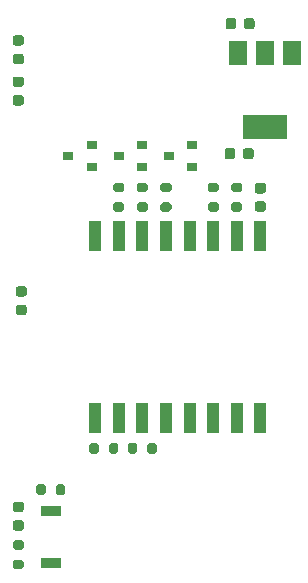
<source format=gbr>
%TF.GenerationSoftware,KiCad,Pcbnew,(5.1.8)-1*%
%TF.CreationDate,2022-05-08T18:20:05+08:00*%
%TF.ProjectId,smartkey,736d6172-746b-4657-992e-6b696361645f,rev?*%
%TF.SameCoordinates,Original*%
%TF.FileFunction,Paste,Top*%
%TF.FilePolarity,Positive*%
%FSLAX46Y46*%
G04 Gerber Fmt 4.6, Leading zero omitted, Abs format (unit mm)*
G04 Created by KiCad (PCBNEW (5.1.8)-1) date 2022-05-08 18:20:05*
%MOMM*%
%LPD*%
G01*
G04 APERTURE LIST*
%ADD10R,1.100000X2.600000*%
%ADD11R,1.500000X2.000000*%
%ADD12R,3.800000X2.000000*%
%ADD13R,1.700000X0.900000*%
%ADD14R,0.900000X0.800000*%
G04 APERTURE END LIST*
%TO.C,D4*%
G36*
G01*
X129756250Y-130150000D02*
X129243750Y-130150000D01*
G75*
G02*
X129025000Y-129931250I0J218750D01*
G01*
X129025000Y-129493750D01*
G75*
G02*
X129243750Y-129275000I218750J0D01*
G01*
X129756250Y-129275000D01*
G75*
G02*
X129975000Y-129493750I0J-218750D01*
G01*
X129975000Y-129931250D01*
G75*
G02*
X129756250Y-130150000I-218750J0D01*
G01*
G37*
G36*
G01*
X129756250Y-131725000D02*
X129243750Y-131725000D01*
G75*
G02*
X129025000Y-131506250I0J218750D01*
G01*
X129025000Y-131068750D01*
G75*
G02*
X129243750Y-130850000I218750J0D01*
G01*
X129756250Y-130850000D01*
G75*
G02*
X129975000Y-131068750I0J-218750D01*
G01*
X129975000Y-131506250D01*
G75*
G02*
X129756250Y-131725000I-218750J0D01*
G01*
G37*
%TD*%
%TO.C,R6*%
G36*
G01*
X129775000Y-133325000D02*
X129225000Y-133325000D01*
G75*
G02*
X129025000Y-133125000I0J200000D01*
G01*
X129025000Y-132725000D01*
G75*
G02*
X129225000Y-132525000I200000J0D01*
G01*
X129775000Y-132525000D01*
G75*
G02*
X129975000Y-132725000I0J-200000D01*
G01*
X129975000Y-133125000D01*
G75*
G02*
X129775000Y-133325000I-200000J0D01*
G01*
G37*
G36*
G01*
X129775000Y-134975000D02*
X129225000Y-134975000D01*
G75*
G02*
X129025000Y-134775000I0J200000D01*
G01*
X129025000Y-134375000D01*
G75*
G02*
X129225000Y-134175000I200000J0D01*
G01*
X129775000Y-134175000D01*
G75*
G02*
X129975000Y-134375000I0J-200000D01*
G01*
X129975000Y-134775000D01*
G75*
G02*
X129775000Y-134975000I-200000J0D01*
G01*
G37*
%TD*%
D10*
%TO.C,U1*%
X150000000Y-122200000D03*
X148000000Y-122200000D03*
X146000000Y-122200000D03*
X144000000Y-122200000D03*
X142000000Y-122200000D03*
X140000000Y-122200000D03*
X138000000Y-122200000D03*
X136000000Y-122200000D03*
X136000000Y-106800000D03*
X138000000Y-106800000D03*
X140000000Y-106800000D03*
X142000000Y-106800000D03*
X144000000Y-106800000D03*
X146000000Y-106800000D03*
X148000000Y-106800000D03*
X150000000Y-106800000D03*
%TD*%
D11*
%TO.C,U3*%
X152700000Y-91250000D03*
X148100000Y-91250000D03*
X150400000Y-91250000D03*
D12*
X150400000Y-97550000D03*
%TD*%
D13*
%TO.C,SW1*%
X132250000Y-130050000D03*
X132250000Y-134450000D03*
%TD*%
%TO.C,R7*%
G36*
G01*
X141725000Y-103925000D02*
X142275000Y-103925000D01*
G75*
G02*
X142475000Y-104125000I0J-200000D01*
G01*
X142475000Y-104525000D01*
G75*
G02*
X142275000Y-104725000I-200000J0D01*
G01*
X141725000Y-104725000D01*
G75*
G02*
X141525000Y-104525000I0J200000D01*
G01*
X141525000Y-104125000D01*
G75*
G02*
X141725000Y-103925000I200000J0D01*
G01*
G37*
G36*
G01*
X141725000Y-102275000D02*
X142275000Y-102275000D01*
G75*
G02*
X142475000Y-102475000I0J-200000D01*
G01*
X142475000Y-102875000D01*
G75*
G02*
X142275000Y-103075000I-200000J0D01*
G01*
X141725000Y-103075000D01*
G75*
G02*
X141525000Y-102875000I0J200000D01*
G01*
X141525000Y-102475000D01*
G75*
G02*
X141725000Y-102275000I200000J0D01*
G01*
G37*
%TD*%
%TO.C,R5*%
G36*
G01*
X137175000Y-125025000D02*
X137175000Y-124475000D01*
G75*
G02*
X137375000Y-124275000I200000J0D01*
G01*
X137775000Y-124275000D01*
G75*
G02*
X137975000Y-124475000I0J-200000D01*
G01*
X137975000Y-125025000D01*
G75*
G02*
X137775000Y-125225000I-200000J0D01*
G01*
X137375000Y-125225000D01*
G75*
G02*
X137175000Y-125025000I0J200000D01*
G01*
G37*
G36*
G01*
X135525000Y-125025000D02*
X135525000Y-124475000D01*
G75*
G02*
X135725000Y-124275000I200000J0D01*
G01*
X136125000Y-124275000D01*
G75*
G02*
X136325000Y-124475000I0J-200000D01*
G01*
X136325000Y-125025000D01*
G75*
G02*
X136125000Y-125225000I-200000J0D01*
G01*
X135725000Y-125225000D01*
G75*
G02*
X135525000Y-125025000I0J200000D01*
G01*
G37*
%TD*%
%TO.C,R4*%
G36*
G01*
X131825000Y-127975000D02*
X131825000Y-128525000D01*
G75*
G02*
X131625000Y-128725000I-200000J0D01*
G01*
X131225000Y-128725000D01*
G75*
G02*
X131025000Y-128525000I0J200000D01*
G01*
X131025000Y-127975000D01*
G75*
G02*
X131225000Y-127775000I200000J0D01*
G01*
X131625000Y-127775000D01*
G75*
G02*
X131825000Y-127975000I0J-200000D01*
G01*
G37*
G36*
G01*
X133475000Y-127975000D02*
X133475000Y-128525000D01*
G75*
G02*
X133275000Y-128725000I-200000J0D01*
G01*
X132875000Y-128725000D01*
G75*
G02*
X132675000Y-128525000I0J200000D01*
G01*
X132675000Y-127975000D01*
G75*
G02*
X132875000Y-127775000I200000J0D01*
G01*
X133275000Y-127775000D01*
G75*
G02*
X133475000Y-127975000I0J-200000D01*
G01*
G37*
%TD*%
%TO.C,R3*%
G36*
G01*
X145725000Y-103925000D02*
X146275000Y-103925000D01*
G75*
G02*
X146475000Y-104125000I0J-200000D01*
G01*
X146475000Y-104525000D01*
G75*
G02*
X146275000Y-104725000I-200000J0D01*
G01*
X145725000Y-104725000D01*
G75*
G02*
X145525000Y-104525000I0J200000D01*
G01*
X145525000Y-104125000D01*
G75*
G02*
X145725000Y-103925000I200000J0D01*
G01*
G37*
G36*
G01*
X145725000Y-102275000D02*
X146275000Y-102275000D01*
G75*
G02*
X146475000Y-102475000I0J-200000D01*
G01*
X146475000Y-102875000D01*
G75*
G02*
X146275000Y-103075000I-200000J0D01*
G01*
X145725000Y-103075000D01*
G75*
G02*
X145525000Y-102875000I0J200000D01*
G01*
X145525000Y-102475000D01*
G75*
G02*
X145725000Y-102275000I200000J0D01*
G01*
G37*
%TD*%
%TO.C,R2*%
G36*
G01*
X140425000Y-125025000D02*
X140425000Y-124475000D01*
G75*
G02*
X140625000Y-124275000I200000J0D01*
G01*
X141025000Y-124275000D01*
G75*
G02*
X141225000Y-124475000I0J-200000D01*
G01*
X141225000Y-125025000D01*
G75*
G02*
X141025000Y-125225000I-200000J0D01*
G01*
X140625000Y-125225000D01*
G75*
G02*
X140425000Y-125025000I0J200000D01*
G01*
G37*
G36*
G01*
X138775000Y-125025000D02*
X138775000Y-124475000D01*
G75*
G02*
X138975000Y-124275000I200000J0D01*
G01*
X139375000Y-124275000D01*
G75*
G02*
X139575000Y-124475000I0J-200000D01*
G01*
X139575000Y-125025000D01*
G75*
G02*
X139375000Y-125225000I-200000J0D01*
G01*
X138975000Y-125225000D01*
G75*
G02*
X138775000Y-125025000I0J200000D01*
G01*
G37*
%TD*%
%TO.C,R1*%
G36*
G01*
X148275000Y-103075000D02*
X147725000Y-103075000D01*
G75*
G02*
X147525000Y-102875000I0J200000D01*
G01*
X147525000Y-102475000D01*
G75*
G02*
X147725000Y-102275000I200000J0D01*
G01*
X148275000Y-102275000D01*
G75*
G02*
X148475000Y-102475000I0J-200000D01*
G01*
X148475000Y-102875000D01*
G75*
G02*
X148275000Y-103075000I-200000J0D01*
G01*
G37*
G36*
G01*
X148275000Y-104725000D02*
X147725000Y-104725000D01*
G75*
G02*
X147525000Y-104525000I0J200000D01*
G01*
X147525000Y-104125000D01*
G75*
G02*
X147725000Y-103925000I200000J0D01*
G01*
X148275000Y-103925000D01*
G75*
G02*
X148475000Y-104125000I0J-200000D01*
G01*
X148475000Y-104525000D01*
G75*
G02*
X148275000Y-104725000I-200000J0D01*
G01*
G37*
%TD*%
D14*
%TO.C,Q1*%
X142250000Y-100000000D03*
X144250000Y-99050000D03*
X144250000Y-100950000D03*
%TD*%
%TO.C,D1*%
G36*
G01*
X129756250Y-90650000D02*
X129243750Y-90650000D01*
G75*
G02*
X129025000Y-90431250I0J218750D01*
G01*
X129025000Y-89993750D01*
G75*
G02*
X129243750Y-89775000I218750J0D01*
G01*
X129756250Y-89775000D01*
G75*
G02*
X129975000Y-89993750I0J-218750D01*
G01*
X129975000Y-90431250D01*
G75*
G02*
X129756250Y-90650000I-218750J0D01*
G01*
G37*
G36*
G01*
X129756250Y-92225000D02*
X129243750Y-92225000D01*
G75*
G02*
X129025000Y-92006250I0J218750D01*
G01*
X129025000Y-91568750D01*
G75*
G02*
X129243750Y-91350000I218750J0D01*
G01*
X129756250Y-91350000D01*
G75*
G02*
X129975000Y-91568750I0J-218750D01*
G01*
X129975000Y-92006250D01*
G75*
G02*
X129756250Y-92225000I-218750J0D01*
G01*
G37*
%TD*%
%TO.C,C3*%
G36*
G01*
X147875000Y-99550000D02*
X147875000Y-100050000D01*
G75*
G02*
X147650000Y-100275000I-225000J0D01*
G01*
X147200000Y-100275000D01*
G75*
G02*
X146975000Y-100050000I0J225000D01*
G01*
X146975000Y-99550000D01*
G75*
G02*
X147200000Y-99325000I225000J0D01*
G01*
X147650000Y-99325000D01*
G75*
G02*
X147875000Y-99550000I0J-225000D01*
G01*
G37*
G36*
G01*
X149425000Y-99550000D02*
X149425000Y-100050000D01*
G75*
G02*
X149200000Y-100275000I-225000J0D01*
G01*
X148750000Y-100275000D01*
G75*
G02*
X148525000Y-100050000I0J225000D01*
G01*
X148525000Y-99550000D01*
G75*
G02*
X148750000Y-99325000I225000J0D01*
G01*
X149200000Y-99325000D01*
G75*
G02*
X149425000Y-99550000I0J-225000D01*
G01*
G37*
%TD*%
%TO.C,C2*%
G36*
G01*
X148605000Y-89050000D02*
X148605000Y-88550000D01*
G75*
G02*
X148830000Y-88325000I225000J0D01*
G01*
X149280000Y-88325000D01*
G75*
G02*
X149505000Y-88550000I0J-225000D01*
G01*
X149505000Y-89050000D01*
G75*
G02*
X149280000Y-89275000I-225000J0D01*
G01*
X148830000Y-89275000D01*
G75*
G02*
X148605000Y-89050000I0J225000D01*
G01*
G37*
G36*
G01*
X147055000Y-89050000D02*
X147055000Y-88550000D01*
G75*
G02*
X147280000Y-88325000I225000J0D01*
G01*
X147730000Y-88325000D01*
G75*
G02*
X147955000Y-88550000I0J-225000D01*
G01*
X147955000Y-89050000D01*
G75*
G02*
X147730000Y-89275000I-225000J0D01*
G01*
X147280000Y-89275000D01*
G75*
G02*
X147055000Y-89050000I0J225000D01*
G01*
G37*
%TD*%
%TO.C,C1*%
G36*
G01*
X150250000Y-103175000D02*
X149750000Y-103175000D01*
G75*
G02*
X149525000Y-102950000I0J225000D01*
G01*
X149525000Y-102500000D01*
G75*
G02*
X149750000Y-102275000I225000J0D01*
G01*
X150250000Y-102275000D01*
G75*
G02*
X150475000Y-102500000I0J-225000D01*
G01*
X150475000Y-102950000D01*
G75*
G02*
X150250000Y-103175000I-225000J0D01*
G01*
G37*
G36*
G01*
X150250000Y-104725000D02*
X149750000Y-104725000D01*
G75*
G02*
X149525000Y-104500000I0J225000D01*
G01*
X149525000Y-104050000D01*
G75*
G02*
X149750000Y-103825000I225000J0D01*
G01*
X150250000Y-103825000D01*
G75*
G02*
X150475000Y-104050000I0J-225000D01*
G01*
X150475000Y-104500000D01*
G75*
G02*
X150250000Y-104725000I-225000J0D01*
G01*
G37*
%TD*%
%TO.C,R10*%
G36*
G01*
X137725000Y-103925000D02*
X138275000Y-103925000D01*
G75*
G02*
X138475000Y-104125000I0J-200000D01*
G01*
X138475000Y-104525000D01*
G75*
G02*
X138275000Y-104725000I-200000J0D01*
G01*
X137725000Y-104725000D01*
G75*
G02*
X137525000Y-104525000I0J200000D01*
G01*
X137525000Y-104125000D01*
G75*
G02*
X137725000Y-103925000I200000J0D01*
G01*
G37*
G36*
G01*
X137725000Y-102275000D02*
X138275000Y-102275000D01*
G75*
G02*
X138475000Y-102475000I0J-200000D01*
G01*
X138475000Y-102875000D01*
G75*
G02*
X138275000Y-103075000I-200000J0D01*
G01*
X137725000Y-103075000D01*
G75*
G02*
X137525000Y-102875000I0J200000D01*
G01*
X137525000Y-102475000D01*
G75*
G02*
X137725000Y-102275000I200000J0D01*
G01*
G37*
%TD*%
%TO.C,R9*%
G36*
G01*
X139725000Y-103925000D02*
X140275000Y-103925000D01*
G75*
G02*
X140475000Y-104125000I0J-200000D01*
G01*
X140475000Y-104525000D01*
G75*
G02*
X140275000Y-104725000I-200000J0D01*
G01*
X139725000Y-104725000D01*
G75*
G02*
X139525000Y-104525000I0J200000D01*
G01*
X139525000Y-104125000D01*
G75*
G02*
X139725000Y-103925000I200000J0D01*
G01*
G37*
G36*
G01*
X139725000Y-102275000D02*
X140275000Y-102275000D01*
G75*
G02*
X140475000Y-102475000I0J-200000D01*
G01*
X140475000Y-102875000D01*
G75*
G02*
X140275000Y-103075000I-200000J0D01*
G01*
X139725000Y-103075000D01*
G75*
G02*
X139525000Y-102875000I0J200000D01*
G01*
X139525000Y-102475000D01*
G75*
G02*
X139725000Y-102275000I200000J0D01*
G01*
G37*
%TD*%
%TO.C,Q3*%
X133750000Y-100000000D03*
X135750000Y-99050000D03*
X135750000Y-100950000D03*
%TD*%
%TO.C,Q2*%
X138000000Y-100000000D03*
X140000000Y-99050000D03*
X140000000Y-100950000D03*
%TD*%
%TO.C,D3*%
G36*
G01*
X130006250Y-111900000D02*
X129493750Y-111900000D01*
G75*
G02*
X129275000Y-111681250I0J218750D01*
G01*
X129275000Y-111243750D01*
G75*
G02*
X129493750Y-111025000I218750J0D01*
G01*
X130006250Y-111025000D01*
G75*
G02*
X130225000Y-111243750I0J-218750D01*
G01*
X130225000Y-111681250D01*
G75*
G02*
X130006250Y-111900000I-218750J0D01*
G01*
G37*
G36*
G01*
X130006250Y-113475000D02*
X129493750Y-113475000D01*
G75*
G02*
X129275000Y-113256250I0J218750D01*
G01*
X129275000Y-112818750D01*
G75*
G02*
X129493750Y-112600000I218750J0D01*
G01*
X130006250Y-112600000D01*
G75*
G02*
X130225000Y-112818750I0J-218750D01*
G01*
X130225000Y-113256250D01*
G75*
G02*
X130006250Y-113475000I-218750J0D01*
G01*
G37*
%TD*%
%TO.C,D2*%
G36*
G01*
X129756250Y-94150000D02*
X129243750Y-94150000D01*
G75*
G02*
X129025000Y-93931250I0J218750D01*
G01*
X129025000Y-93493750D01*
G75*
G02*
X129243750Y-93275000I218750J0D01*
G01*
X129756250Y-93275000D01*
G75*
G02*
X129975000Y-93493750I0J-218750D01*
G01*
X129975000Y-93931250D01*
G75*
G02*
X129756250Y-94150000I-218750J0D01*
G01*
G37*
G36*
G01*
X129756250Y-95725000D02*
X129243750Y-95725000D01*
G75*
G02*
X129025000Y-95506250I0J218750D01*
G01*
X129025000Y-95068750D01*
G75*
G02*
X129243750Y-94850000I218750J0D01*
G01*
X129756250Y-94850000D01*
G75*
G02*
X129975000Y-95068750I0J-218750D01*
G01*
X129975000Y-95506250D01*
G75*
G02*
X129756250Y-95725000I-218750J0D01*
G01*
G37*
%TD*%
M02*

</source>
